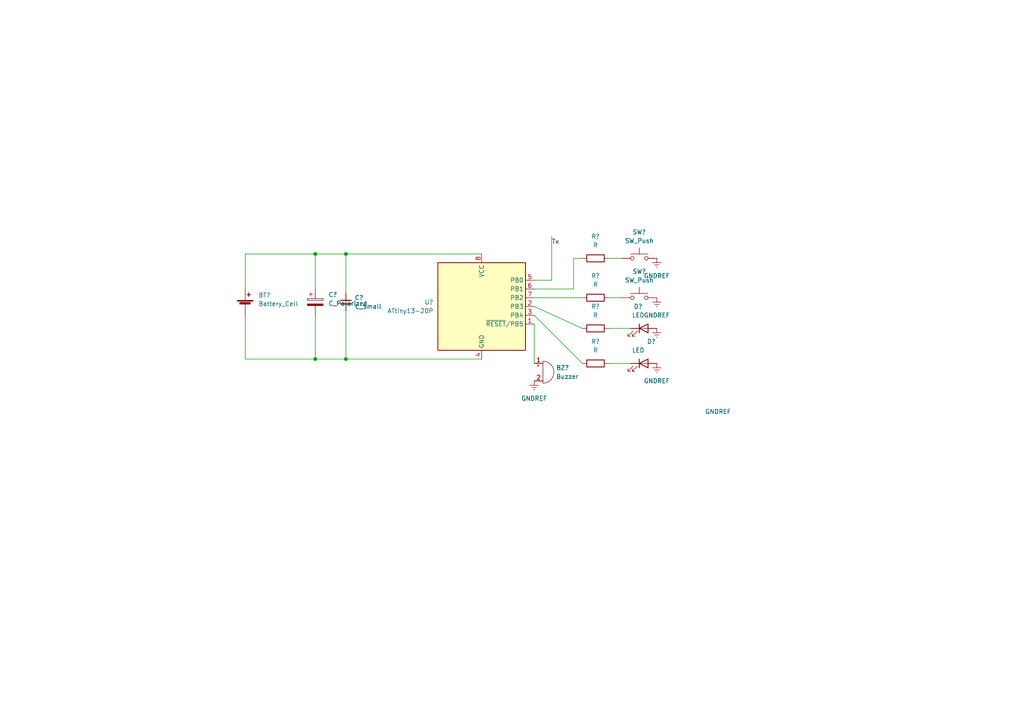
<source format=kicad_sch>
(kicad_sch (version 20211123) (generator eeschema)
  (paper "A4")
  (lib_symbols
    (symbol "Device:Battery_Cell" (pin_numbers hide) (pin_names (offset 0) hide)
      (property "Reference" "BT" (at 2.54 2.54 0))
      (property "Value" "Battery_Cell" (at 2.54 0 0))
      (symbol "Battery_Cell_0_1"
        (rectangle (start -2.286 1.778) (end 2.286 1.524) (fill (type outline)))
        (rectangle (start -1.5748 1.1938) (end 1.4732 0.6858) (fill (type outline)))
        (polyline (pts (xy 0 0.762) (xy 0 0)))
        (polyline (pts (xy 0 1.778) (xy 0 2.54)))
        (polyline (pts (xy 0.508 3.429) (xy 1.524 3.429)) (stroke (width 0.254)))
        (polyline (pts (xy 1.016 3.937) (xy 1.016 2.921)) (stroke (width 0.254)))
      )
      (symbol "Battery_Cell_1_1"
        (pin passive line (at 0 5.08 270) (length 2.54) (name "+") (number "1"))
        (pin passive line (at 0 -2.54 90) (length 2.54) (name "-") (number "2"))
      )
    )
    (symbol "Device:Buzzer" (pin_names (offset 0.0254) hide)
      (property "Reference" "BZ" (at 3.81 1.27 0))
      (property "Value" "Buzzer" (at 3.81 -1.27 0))
      (symbol "Buzzer_0_1"
        (arc (start 0 -3.175) (mid 3.175 0) (end 0 3.175))
        (polyline (pts (xy -1.651 1.905) (xy -1.143 1.905)))
        (polyline (pts (xy -1.397 2.159) (xy -1.397 1.651)))
        (polyline (pts (xy 0 3.175) (xy 0 -3.175)))
      )
      (symbol "Buzzer_1_1"
        (pin passive line (at -2.54 2.54 0) (length 2.54) (name "-") (number "1"))
        (pin passive line (at -2.54 -2.54 0) (length 2.54) (name "+") (number "2"))
      )
    )
    (symbol "Device:C_Polarized" (pin_numbers hide) (pin_names (offset 0.254))
      (property "Reference" "C" (at 0.635 2.54 0))
      (property "Value" "C_Polarized" (at 0.635 -2.54 0))
      (symbol "C_Polarized_0_1"
        (rectangle (start -2.286 0.508) (end 2.286 1.016))
        (polyline (pts (xy -1.778 2.286) (xy -0.762 2.286)))
        (polyline (pts (xy -1.27 2.794) (xy -1.27 1.778)))
        (rectangle (start 2.286 -0.508) (end -2.286 -1.016) (fill (type outline)))
      )
      (symbol "C_Polarized_1_1"
        (pin passive line (at 0 3.81 270) (length 2.794) (name "~") (number "1"))
        (pin passive line (at 0 -3.81 90) (length 2.794) (name "~") (number "2"))
      )
    )
    (symbol "Device:C_Small" (pin_numbers hide) (pin_names (offset 0.254) hide)
      (property "Reference" "C" (at 0.254 1.778 0))
      (property "Value" "C_Small" (at 0.254 -2.032 0))
      (symbol "C_Small_0_1"
        (polyline (pts (xy -1.524 -0.508) (xy 1.524 -0.508)) (stroke (width 0.3302)))
        (polyline (pts (xy -1.524 0.508) (xy 1.524 0.508)) (stroke (width 0.3048)))
      )
      (symbol "C_Small_1_1"
        (pin passive line (at 0 2.54 270) (length 2.032) (name "~") (number "1"))
        (pin passive line (at 0 -2.54 90) (length 2.032) (name "~") (number "2"))
      )
    )
    (symbol "Device:LED" (pin_numbers hide) (pin_names (offset 1.016) hide)
      (property "Reference" "D" (at 0 2.54 0))
      (property "Value" "LED" (at 0 -2.54 0))
      (symbol "LED_0_1"
        (polyline (pts (xy -1.27 -1.27) (xy -1.27 1.27)) (stroke (width 0.254)))
        (polyline (pts (xy -1.27 0) (xy 1.27 0)))
        (polyline (pts (xy 1.27 -1.27) (xy 1.27 1.27) (xy -1.27 0) (xy 1.27 -1.27)) (stroke (width 0.254)))
        (polyline (pts (xy -3.048 -0.762) (xy -4.572 -2.286) (xy -3.81 -2.286) (xy -4.572 -2.286) (xy -4.572 -1.524)))
        (polyline (pts (xy -1.778 -0.762) (xy -3.302 -2.286) (xy -2.54 -2.286) (xy -3.302 -2.286) (xy -3.302 -1.524)))
      )
      (symbol "LED_1_1"
        (pin passive line (at -3.81 0 0) (length 2.54) (name "K") (number "1"))
        (pin passive line (at 3.81 0 180) (length 2.54) (name "A") (number "2"))
      )
    )
    (symbol "Device:R" (pin_numbers hide) (pin_names (offset 0))
      (property "Reference" "R" (at 2.032 0 90))
      (property "Value" "R" (at 0 0 90))
      (symbol "R_0_1"
        (rectangle (start -1.016 -2.54) (end 1.016 2.54) (stroke (width 0.254)))
      )
      (symbol "R_1_1"
        (pin passive line (at 0 3.81 270) (length 1.27) (name "~") (number "1"))
        (pin passive line (at 0 -3.81 90) (length 1.27) (name "~") (number "2"))
      )
    )
    (symbol "MCU_Microchip_ATtiny:ATtiny13-20P"
      (property "Reference" "U" (at -12.7 13.97 0))
      (property "Value" "ATtiny13-20P" (at 2.54 -13.97 0))
      (symbol "ATtiny13-20P_0_1"
        (rectangle (start -12.7 -12.7) (end 12.7 12.7) (stroke (width 0.254)) (fill (type background)))
      )
      (symbol "ATtiny13-20P_1_1"
        (pin bidirectional line (at 15.24 -5.08 180) (length 2.54) (name "~{RESET}/PB5") (number "1"))
        (pin bidirectional line (at 15.24 0 180) (length 2.54) (name "PB3") (number "2"))
        (pin bidirectional line (at 15.24 -2.54 180) (length 2.54) (name "PB4") (number "3"))
        (pin power_in line (at 0 -15.24 90) (length 2.54) (name "GND") (number "4"))
        (pin bidirectional line (at 15.24 7.62 180) (length 2.54) (name "PB0") (number "5"))
        (pin bidirectional line (at 15.24 5.08 180) (length 2.54) (name "PB1") (number "6"))
        (pin bidirectional line (at 15.24 2.54 180) (length 2.54) (name "PB2") (number "7"))
        (pin power_in line (at 0 15.24 270) (length 2.54) (name "VCC") (number "8"))
      )
    )
    (symbol "Switch:SW_Push" (pin_numbers hide) (pin_names (offset 1.016) hide)
      (property "Reference" "SW" (at 1.27 2.54 0))
      (property "Value" "SW_Push" (at 0 -1.524 0))
      (symbol "SW_Push_0_1"
        (circle (center -2.032 0) (radius 0.508))
        (polyline (pts (xy 0 1.27) (xy 0 3.048)))
        (polyline (pts (xy 2.54 1.27) (xy -2.54 1.27)))
        (circle (center 2.032 0) (radius 0.508))
        (pin passive line (at -5.08 0 0) (length 2.54) (name "1") (number "1"))
        (pin passive line (at 5.08 0 180) (length 2.54) (name "2") (number "2"))
      )
    )
    (symbol "power:GNDREF" (power) (pin_names (offset 0))
      (property "Value" "GNDREF" (at 0 -3.81 0))
      (symbol "GNDREF_0_1"
        (polyline (pts (xy -0.635 -1.905) (xy 0.635 -1.905)))
        (polyline (pts (xy -0.127 -2.54) (xy 0.127 -2.54)))
        (polyline (pts (xy 0 -1.27) (xy 0 0)))
        (polyline (pts (xy 1.27 -1.27) (xy -1.27 -1.27)))
      )
      (symbol "GNDREF_1_1"
        (pin power_in line (at 0 0 270) (length 0) hide (name "GNDREF") (number "1"))
      )
    )
  )
  (junction (at 100.33 73.66))
  (junction (at 91.44 104.14))
  (junction (at 100.33 104.14))
  (junction (at 91.44 73.66))
  (wire (pts (xy 154.94 83.82) (xy 166.37 83.82)))
  (wire (pts (xy 154.94 81.28) (xy 160.02 81.28)))
  (wire (pts (xy 154.94 93.98) (xy 154.94 105.41)))
  (wire (pts (xy 176.53 95.25) (xy 182.88 95.25)))
  (wire (pts (xy 168.91 105.41) (xy 154.94 91.44)))
  (wire (pts (xy 100.33 104.14) (xy 139.7 104.14)))
  (wire (pts (xy 100.33 73.66) (xy 139.7 73.66)))
  (wire (pts (xy 71.12 91.44) (xy 71.12 104.14)))
  (wire (pts (xy 91.44 104.14) (xy 100.33 104.14)))
  (wire (pts (xy 71.12 83.82) (xy 71.12 73.66)))
  (wire (pts (xy 168.91 95.25) (xy 154.94 88.9)))
  (wire (pts (xy 71.12 104.14) (xy 91.44 104.14)))
  (wire (pts (xy 160.02 68.58) (xy 160.02 81.28)))
  (wire (pts (xy 100.33 90.17) (xy 100.33 104.14)))
  (wire (pts (xy 91.44 73.66) (xy 91.44 83.82)))
  (wire (pts (xy 100.33 73.66) (xy 100.33 85.09)))
  (wire (pts (xy 176.53 74.93) (xy 180.34 74.93)))
  (wire (pts (xy 166.37 74.93) (xy 168.91 74.93)))
  (wire (pts (xy 166.37 83.82) (xy 166.37 74.93)))
  (wire (pts (xy 154.94 86.36) (xy 168.91 86.36)))
  (wire (pts (xy 91.44 91.44) (xy 91.44 104.14)))
  (wire (pts (xy 182.88 105.41) (xy 176.53 105.41)))
  (wire (pts (xy 91.44 73.66) (xy 100.33 73.66)))
  (wire (pts (xy 176.53 86.36) (xy 180.34 86.36)))
  (wire (pts (xy 71.12 73.66) (xy 91.44 73.66)))
  (label "Tx" (at 160.02 71.12 0))
  (symbol (lib_id "Device:Battery_Cell") (at 71.12 88.9 0) (unit 1)
    (property "Reference" "BT?" (at 74.93 85.5979 0) (effects (justify left)))
    (property "Value" "Battery_Cell" (at 74.93 88.1379 0) (effects (justify left)))
  )
  (symbol (lib_id "power:GNDREF") (at 190.5 105.41 0) (unit 1)
    (property "Reference" "#PWR?" (effects hide))
    (property "Value" "GNDREF" (at 190.5 110.49 0))
  )
  (symbol (lib_id "Device:R") (at 172.72 105.41 90) (unit 1)
    (property "Reference" "R?" (at 172.72 99.06 90))
    (property "Value" "R" (at 172.72 101.6 90))
  )
  (symbol (lib_id "Switch:SW_Push") (at 185.42 74.93 0) (unit 1)
    (property "Reference" "SW?" (at 185.42 67.31 0))
    (property "Value" "SW_Push" (at 185.42 69.85 0))
  )
  (symbol (lib_id "Device:C_Small") (at 100.33 87.63 0) (unit 1)
    (property "Reference" "C?" (at 102.87 86.3662 0) (effects (justify left)))
    (property "Value" "C_Small" (at 102.87 88.9062 0) (effects (justify left)))
  )
  (symbol (lib_id "power:GNDREF") (at 190.5 95.25 0) (unit 1)
    (property "Reference" "#PWR?" (effects hide))
    (property "Value" "GNDREF" (at 208.28 119.38 0))
  )
  (symbol (lib_id "power:GNDREF") (at 154.94 110.49 0) (unit 1)
    (property "Reference" "#PWR?" (effects hide))
    (property "Value" "GNDREF" (at 154.94 115.57 0))
  )
  (symbol (lib_id "Device:LED") (at 186.69 105.41 0) (unit 1)
    (property "Reference" "D?" (at 188.9125 99.06 0))
    (property "Value" "LED" (at 185.1025 101.6 0))
  )
  (symbol (lib_id "Device:R") (at 172.72 74.93 90) (unit 1)
    (property "Reference" "R?" (at 172.72 68.58 90))
    (property "Value" "R" (at 172.72 71.12 90))
  )
  (symbol (lib_id "Switch:SW_Push") (at 185.42 86.36 0) (unit 1)
    (property "Reference" "SW?" (at 185.42 78.74 0))
    (property "Value" "SW_Push" (at 185.42 81.28 0))
  )
  (symbol (lib_id "Device:R") (at 172.72 86.36 90) (unit 1)
    (property "Reference" "R?" (at 172.72 80.01 90))
    (property "Value" "R" (at 172.72 82.55 90))
  )
  (symbol (lib_id "Device:R") (at 172.72 95.25 90) (unit 1)
    (property "Reference" "R?" (at 172.72 88.9 90))
    (property "Value" "R" (at 172.72 91.44 90))
  )
  (symbol (lib_id "MCU_Microchip_ATtiny:ATtiny13-20P") (at 139.7 88.9 0) (unit 1)
    (property "Reference" "U?" (at 125.73 87.6299 0) (effects (justify right)))
    (property "Value" "ATtiny13-20P" (at 125.73 90.1699 0) (effects (justify right)))
    (property "Footprint" "Package_DIP:DIP-8_W7.62mm" (effects hide))
    (property "Datasheet" "http://ww1.microchip.com/downloads/en/DeviceDoc/doc2535.pdf" (effects hide))
  )
  (symbol (lib_id "power:GNDREF") (at 190.5 86.36 0) (unit 1)
    (property "Reference" "#PWR?" (effects hide))
    (property "Value" "GNDREF" (at 190.5 91.44 0))
  )
  (symbol (lib_id "Device:LED") (at 186.69 95.25 0) (unit 1)
    (property "Reference" "D?" (at 185.1025 88.9 0))
    (property "Value" "LED" (at 185.1025 91.44 0))
  )
  (symbol (lib_id "Device:C_Polarized") (at 91.44 87.63 0) (unit 1)
    (property "Reference" "C?" (at 95.25 85.4709 0) (effects (justify left)))
    (property "Value" "C_Polarized" (at 95.25 88.0109 0) (effects (justify left)))
  )
  (symbol (lib_id "power:GNDREF") (at 190.5 74.93 0) (unit 1)
    (property "Reference" "#PWR?" (effects hide))
    (property "Value" "GNDREF" (at 190.5 80.01 0))
  )
  (symbol (lib_id "Device:Buzzer") (at 157.48 107.95 0) (unit 1)
    (property "Reference" "BZ?" (at 161.29 106.6799 0) (effects (justify left)))
    (property "Value" "Buzzer" (at 161.29 109.2199 0) (effects (justify left)))
  )
)
</source>
